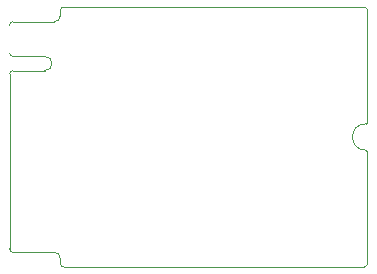
<source format=gbr>
%TF.GenerationSoftware,KiCad,Pcbnew,6.0.7-f9a2dced07~116~ubuntu22.04.1*%
%TF.CreationDate,2022-09-27T00:14:19+08:00*%
%TF.ProjectId,esp32_core_m2,65737033-325f-4636-9f72-655f6d322e6b,rev?*%
%TF.SameCoordinates,Original*%
%TF.FileFunction,Profile,NP*%
%FSLAX46Y46*%
G04 Gerber Fmt 4.6, Leading zero omitted, Abs format (unit mm)*
G04 Created by KiCad (PCBNEW 6.0.7-f9a2dced07~116~ubuntu22.04.1) date 2022-09-27 00:14:19*
%MOMM*%
%LPD*%
G01*
G04 APERTURE LIST*
%TA.AperFunction,Profile*%
%ADD10C,0.100000*%
%TD*%
G04 APERTURE END LIST*
D10*
%TO.C,J1*%
X105575100Y-69850000D02*
X105422700Y-70002400D01*
X105575100Y-72390000D02*
X105422700Y-72237600D01*
X79565500Y-81838800D02*
X79565500Y-81381600D01*
X79057500Y-61366400D02*
X75552300Y-61366400D01*
X78244700Y-65506600D02*
X75552300Y-65506600D01*
X78244700Y-64287400D02*
X75552300Y-64287400D01*
X79057500Y-80873600D02*
X75552300Y-80873600D01*
X79565500Y-60401200D02*
X79565500Y-60858400D01*
X105295700Y-82118200D02*
X79844900Y-82118200D01*
X105295700Y-60121800D02*
X79844900Y-60121800D01*
X105575100Y-69850000D02*
X105575100Y-60401200D01*
X75272900Y-80594200D02*
X75272900Y-65786000D01*
X105575100Y-81838800D02*
X105575100Y-72390000D01*
X105575100Y-60401200D02*
G75*
G03*
X105295700Y-60121800I-279400J0D01*
G01*
X75272900Y-80594200D02*
G75*
G03*
X75552300Y-80873600I279399J-1D01*
G01*
X79565500Y-81381600D02*
G75*
G03*
X79057500Y-80873600I-508001J-1D01*
G01*
X78244700Y-65506600D02*
G75*
G03*
X78244700Y-64287400I0J609600D01*
G01*
X75272900Y-64008000D02*
G75*
G03*
X75552300Y-64287400I279400J0D01*
G01*
X79565500Y-81838800D02*
G75*
G03*
X79844900Y-82118200I279399J-1D01*
G01*
X105422700Y-70002400D02*
G75*
G03*
X105422700Y-72237600I0J-1117600D01*
G01*
X75552300Y-61366400D02*
G75*
G03*
X75272900Y-61645800I0J-279400D01*
G01*
X79844900Y-60121800D02*
G75*
G03*
X79565500Y-60401200I0J-279400D01*
G01*
X79057500Y-61366400D02*
G75*
G03*
X79565500Y-60858400I0J508000D01*
G01*
X105295700Y-82118200D02*
G75*
G03*
X105575100Y-81838800I1J279399D01*
G01*
X75552300Y-65506600D02*
G75*
G03*
X75272900Y-65786000I0J-279400D01*
G01*
%TD*%
M02*

</source>
